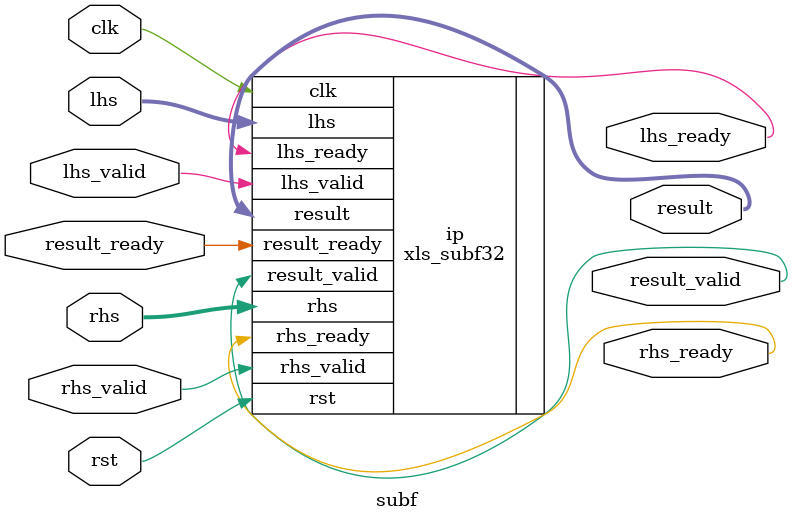
<source format=v>
`timescale 1ns/1ps
module subf #(
  parameter DATA_TYPE = 32
)(
  // inputs
  input  clk,
  input  rst,
  input  [DATA_TYPE - 1 : 0] lhs,
  input  lhs_valid,
  input  [DATA_TYPE - 1 : 0] rhs,
  input  rhs_valid,
  input  result_ready,
  // outputs
  output [DATA_TYPE - 1 : 0] result,
  output result_valid,
  output lhs_ready,
  output rhs_ready
);

  xls_subf32 ip (
    .clk(clk),
    .rst(rst),
    .lhs(lhs),
    .lhs_valid(lhs_valid),
    .lhs_ready(lhs_ready),
    .rhs(rhs),
    .rhs_valid(rhs_valid),
    .rhs_ready(rhs_ready),
    .result(result),
    .result_valid(result_valid),
    .result_ready(result_ready)
  );

endmodule

</source>
